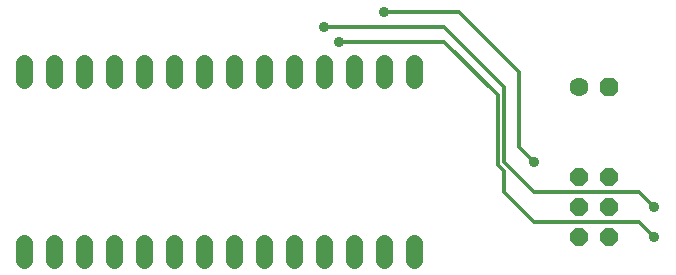
<source format=gbr>
G04 EAGLE Gerber RS-274X export*
G75*
%MOMM*%
%FSLAX34Y34*%
%LPD*%
%INBottom Copper*%
%IPPOS*%
%AMOC8*
5,1,8,0,0,1.08239X$1,22.5*%
G01*
%ADD10P,1.732040X8X22.500000*%
%ADD11C,1.600200*%
%ADD12P,1.649562X8X112.500000*%
%ADD13C,1.408000*%
%ADD14C,0.914400*%
%ADD15C,0.304800*%


D10*
X647700Y254000D03*
D11*
X622300Y254000D03*
D12*
X647700Y127000D03*
X622300Y127000D03*
X647700Y152400D03*
X622300Y152400D03*
X647700Y177800D03*
X622300Y177800D03*
D13*
X152400Y121340D02*
X152400Y107260D01*
X177800Y107260D02*
X177800Y121340D01*
X203200Y121340D02*
X203200Y107260D01*
X228600Y107260D02*
X228600Y121340D01*
X254000Y121340D02*
X254000Y107260D01*
X279400Y107260D02*
X279400Y121340D01*
X304800Y121340D02*
X304800Y107260D01*
X330200Y107260D02*
X330200Y121340D01*
X355600Y121340D02*
X355600Y107260D01*
X381000Y107260D02*
X381000Y121340D01*
X406400Y121340D02*
X406400Y107260D01*
X431800Y107260D02*
X431800Y121340D01*
X457200Y121340D02*
X457200Y107260D01*
X482600Y107260D02*
X482600Y121340D01*
X482600Y259660D02*
X482600Y273740D01*
X457200Y273740D02*
X457200Y259660D01*
X431800Y259660D02*
X431800Y273740D01*
X406400Y273740D02*
X406400Y259660D01*
X381000Y259660D02*
X381000Y273740D01*
X355600Y273740D02*
X355600Y259660D01*
X330200Y259660D02*
X330200Y273740D01*
X304800Y273740D02*
X304800Y259660D01*
X279400Y259660D02*
X279400Y273740D01*
X254000Y273740D02*
X254000Y259660D01*
X228600Y259660D02*
X228600Y273740D01*
X203200Y273740D02*
X203200Y259660D01*
X177800Y259660D02*
X177800Y273740D01*
X152400Y273740D02*
X152400Y259660D01*
D14*
X685800Y152400D03*
D15*
X673100Y165100D01*
X584200Y165100D01*
X508000Y304800D02*
X406400Y304800D01*
D14*
X406400Y304800D03*
D15*
X508000Y304800D02*
X558800Y254000D01*
X558800Y190500D01*
X584200Y165100D01*
D14*
X685800Y127000D03*
D15*
X673100Y139700D01*
X508000Y292100D02*
X419100Y292100D01*
D14*
X419100Y292100D03*
D15*
X553212Y246888D02*
X553212Y188185D01*
X558800Y182597D02*
X558800Y165100D01*
X558800Y182597D02*
X553212Y188185D01*
X558800Y165100D02*
X584200Y139700D01*
X553212Y246888D02*
X508000Y292100D01*
X584200Y139700D02*
X673100Y139700D01*
D14*
X584200Y190500D03*
D15*
X520700Y317500D02*
X457200Y317500D01*
D14*
X457200Y317500D03*
D15*
X571500Y203200D02*
X584200Y190500D01*
X571500Y203200D02*
X571500Y266700D01*
X520700Y317500D01*
M02*

</source>
